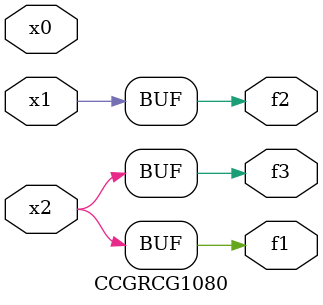
<source format=v>
module CCGRCG1080(
	input x0, x1, x2,
	output f1, f2, f3
);
	assign f1 = x2;
	assign f2 = x1;
	assign f3 = x2;
endmodule

</source>
